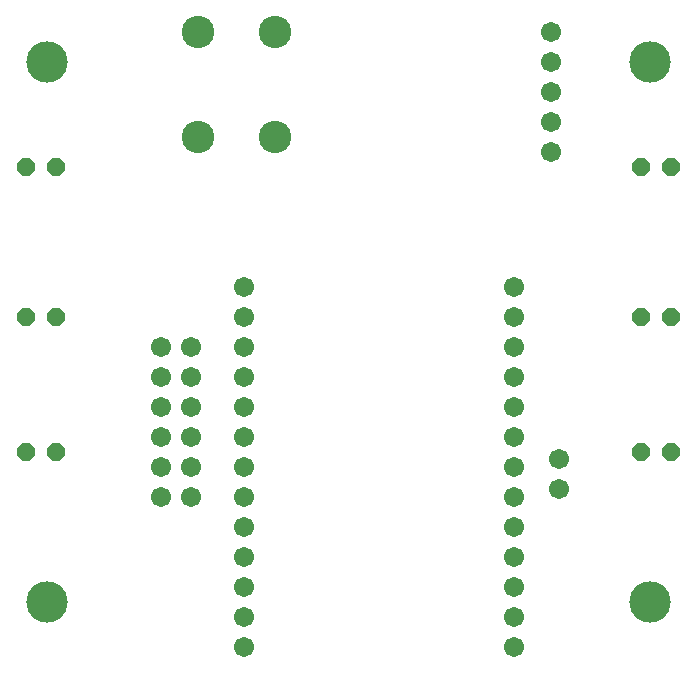
<source format=gbr>
G04 EAGLE Gerber RS-274X export*
G75*
%MOMM*%
%FSLAX34Y34*%
%LPD*%
%INSoldermask Bottom*%
%IPPOS*%
%AMOC8*
5,1,8,0,0,1.08239X$1,22.5*%
G01*
%ADD10C,2.743200*%
%ADD11C,1.711200*%
%ADD12C,3.503200*%
%ADD13P,1.649562X8X22.500000*%


D10*
X248400Y546100D03*
X183400Y546100D03*
X248400Y457200D03*
X183400Y457200D03*
D11*
X222250Y330200D03*
X222250Y304800D03*
X222250Y279400D03*
X222250Y254000D03*
X222250Y228600D03*
X222250Y203200D03*
X222250Y177800D03*
X222250Y152400D03*
X222250Y127000D03*
X222250Y101600D03*
X222250Y76200D03*
X222250Y50800D03*
X222250Y25400D03*
X450850Y330200D03*
X450850Y304800D03*
X450850Y279400D03*
X450850Y254000D03*
X450850Y228600D03*
X450850Y203200D03*
X450850Y177800D03*
X450850Y152400D03*
X450850Y127000D03*
X450850Y101600D03*
X450850Y76200D03*
X450850Y50800D03*
X450850Y25400D03*
D12*
X566420Y520700D03*
X55880Y520700D03*
X566420Y63500D03*
X55880Y63500D03*
D13*
X558800Y190500D03*
X584200Y190500D03*
X38100Y190500D03*
X63500Y190500D03*
X558800Y304800D03*
X584200Y304800D03*
X558800Y431800D03*
X584200Y431800D03*
X38100Y431800D03*
X63500Y431800D03*
X38100Y304800D03*
X63500Y304800D03*
D11*
X482600Y546100D03*
X482600Y520700D03*
X482600Y495300D03*
X482600Y469900D03*
X482600Y444500D03*
X152400Y152400D03*
X152400Y177800D03*
X152400Y203200D03*
X152400Y228600D03*
X152400Y254000D03*
X177800Y152400D03*
X177800Y177800D03*
X177800Y203200D03*
X177800Y228600D03*
X177800Y254000D03*
X177800Y279400D03*
X152400Y279400D03*
X488950Y184150D03*
X488950Y158750D03*
M02*

</source>
